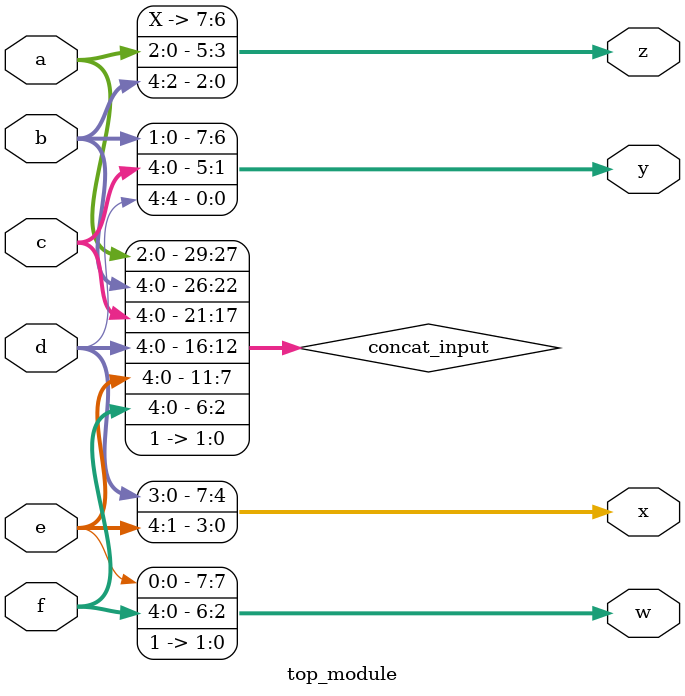
<source format=sv>
module top_module (
    input [4:0] a,
    input [4:0] b,
    input [4:0] c,
    input [4:0] d,
    input [4:0] e,
    input [4:0] f,
    output [7:0] w,
    output [7:0] x,
    output [7:0] y,
    output [7:0] z
);

wire [29:0] concat_input;

assign concat_input = {a, b, c, d, e, f, 2'b11};

assign w = concat_input[7:0];
assign x = concat_input[15:8];
assign y = concat_input[23:16];
assign z = concat_input[31:24];

endmodule

</source>
